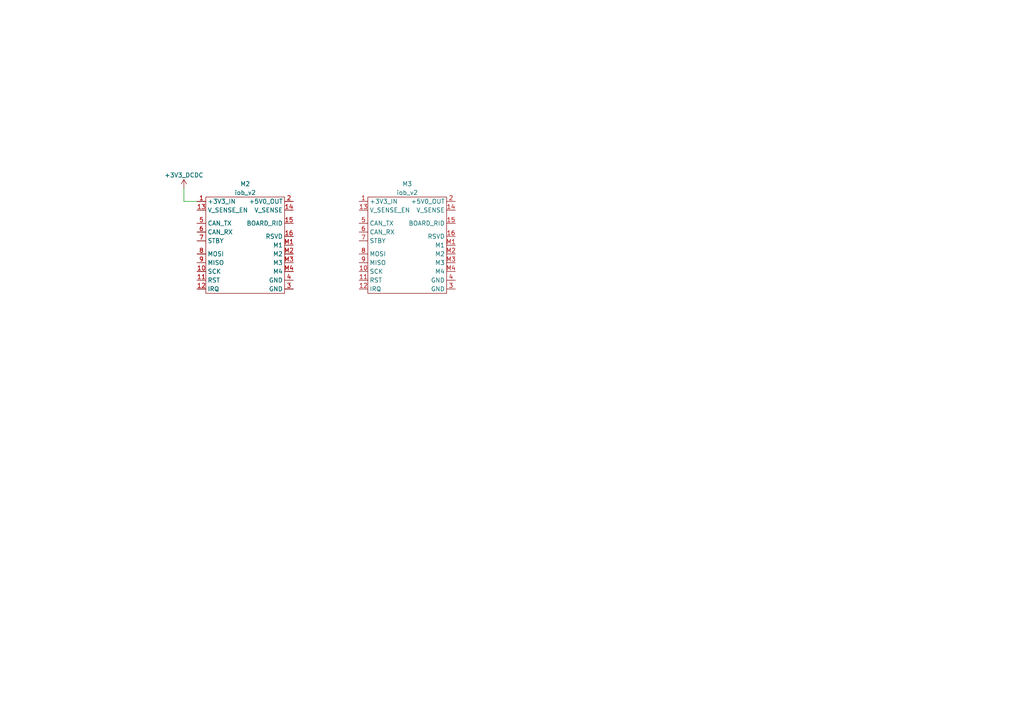
<source format=kicad_sch>
(kicad_sch (version 20230121) (generator eeschema)
  (paper "A4")
  (lib_symbols
    (symbol "vhrd_module_custom:iob_v2"
      (property "Reference" "M" (at -10.16 13.97 0))
      (property "Value" "iob_v2" (at -7.62 -16.51 0))
      (symbol "iob_v2_0_1"
        (rectangle (start -11.43 12.7) (end 11.43 -15.24))
      )
      (symbol "iob_v2_1_1"
        (pin power_in line (at -13.97 11.43 0) (length 2.54) (name "+3V3_IN") (number "1"))
        (pin input line (at -13.97 -8.89 0) (length 2.54) (name "SCK") (number "10"))
        (pin input line (at -13.97 -11.43 0) (length 2.54) (name "RST") (number "11"))
        (pin input line (at -13.97 -13.97 0) (length 2.54) (name "IRQ") (number "12"))
        (pin input line (at -13.97 8.89 0) (length 2.54) (name "V_SENSE_EN") (number "13"))
        (pin output line (at 13.97 8.89 180) (length 2.54) (name "V_SENSE") (number "14"))
        (pin passive line (at 13.97 5.08 180) (length 2.54) (name "BOARD_RID") (number "15"))
        (pin passive line (at 13.97 1.27 180) (length 2.54) (name "RSVD") (number "16"))
        (pin power_out line (at 13.97 11.43 180) (length 2.54) (name "+5V0_OUT") (number "2"))
        (pin power_out line (at 13.97 -13.97 180) (length 2.54) (name "GND") (number "3"))
        (pin power_out line (at 13.97 -11.43 180) (length 2.54) (name "GND") (number "4"))
        (pin input line (at -13.97 5.08 0) (length 2.54) (name "CAN_TX") (number "5"))
        (pin output line (at -13.97 2.54 0) (length 2.54) (name "CAN_RX") (number "6"))
        (pin input line (at -13.97 0 0) (length 2.54) (name "STBY") (number "7"))
        (pin input line (at -13.97 -3.81 0) (length 2.54) (name "MOSI") (number "8"))
        (pin output line (at -13.97 -6.35 0) (length 2.54) (name "MISO") (number "9"))
        (pin passive line (at 13.97 -1.27 180) (length 2.54) (name "M1") (number "M1"))
        (pin passive line (at 13.97 -3.81 180) (length 2.54) (name "M2") (number "M2"))
        (pin passive line (at 13.97 -6.35 180) (length 2.54) (name "M3") (number "M3"))
        (pin passive line (at 13.97 -8.89 180) (length 2.54) (name "M4") (number "M4"))
      )
    )
    (symbol "vhrd_power:+3V3_DCDC" (power) (pin_names (offset 0))
      (property "Value" "+3V3_DCDC" (at 0 2.54 0))
      (symbol "+3V3_DCDC_0_0"
        (pin power_in line (at 0 0 90) (length 0) hide (name "+3V3_DCDC") (number "1"))
      )
      (symbol "+3V3_DCDC_0_1"
        (polyline (pts (xy -0.762 1.27) (xy 0 2.54)))
        (polyline (pts (xy 0 0) (xy 0 2.54)))
        (polyline (pts (xy 0 2.54) (xy 0.762 1.27)))
      )
    )
  )
  (wire (pts (xy 57.15 58.42) (xy 53.34 58.42)))
  (wire (pts (xy 53.34 58.42) (xy 53.34 54.61)))
  (symbol (lib_id "vhrd_module_custom:iob_v2") (at 118.11 69.85 0) (unit 1)
    (property "Reference" "M3" (at 118.11 53.34 0))
    (property "Value" "iob_v2" (at 118.11 55.88 0))
    (property "Footprint" "vhrd_module_custom:iob_v2_carrier" (effects hide))
  )
  (symbol (lib_id "vhrd_power:+3V3_DCDC") (at 53.34 54.61 0) (unit 1)
    (property "Reference" "#PWR050" (effects hide))
    (property "Value" "+3V3_DCDC" (at 53.34 50.8 0))
    (instances (project "vb125_eth_fdcan_pro" (path "" (reference "#PWR050") (unit 1)) (path "" (reference "#PWR055") (unit 1)) (path "" (reference "#PWR064") (unit 1))))
  )
  (symbol (lib_id "vhrd_module_custom:iob_v2") (at 71.12 69.85 0) (unit 1)
    (property "Reference" "M2" (at 71.12 53.34 0))
    (property "Value" "iob_v2" (at 71.12 55.88 0))
    (property "Footprint" "vhrd_module_custom:iob_v2_carrier" (effects hide))
  )
)
</source>
